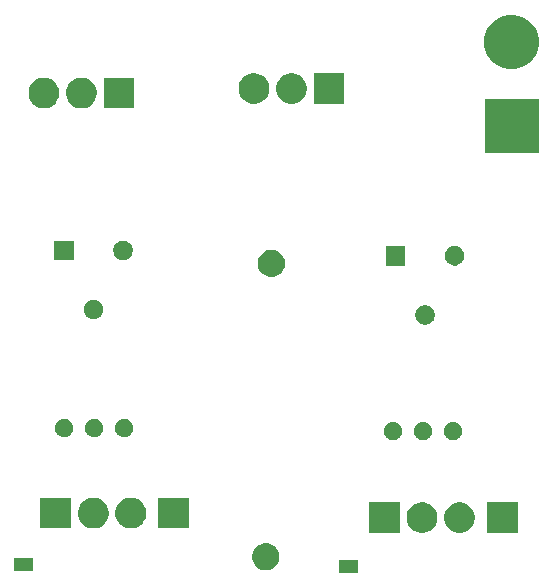
<source format=gbr>
G04 #@! TF.GenerationSoftware,KiCad,Pcbnew,(5.1.2)-1*
G04 #@! TF.CreationDate,2019-06-07T20:02:52-04:00*
G04 #@! TF.ProjectId,mini2_2,6d696e69-325f-4322-9e6b-696361645f70,rev?*
G04 #@! TF.SameCoordinates,Original*
G04 #@! TF.FileFunction,Soldermask,Bot*
G04 #@! TF.FilePolarity,Negative*
%FSLAX46Y46*%
G04 Gerber Fmt 4.6, Leading zero omitted, Abs format (unit mm)*
G04 Created by KiCad (PCBNEW (5.1.2)-1) date 2019-06-07 20:02:52*
%MOMM*%
%LPD*%
G04 APERTURE LIST*
%ADD10C,0.150000*%
G04 APERTURE END LIST*
D10*
G36*
X74270500Y-134040700D02*
G01*
X72668500Y-134040700D01*
X72668500Y-132938700D01*
X74270500Y-132938700D01*
X74270500Y-134040700D01*
X74270500Y-134040700D01*
G37*
G36*
X46739440Y-133880680D02*
G01*
X45137440Y-133880680D01*
X45137440Y-132778680D01*
X46739440Y-132778680D01*
X46739440Y-133880680D01*
X46739440Y-133880680D01*
G37*
G36*
X66683649Y-131514996D02*
G01*
X66794834Y-131537112D01*
X67004303Y-131623877D01*
X67192820Y-131749840D01*
X67353140Y-131910160D01*
X67479103Y-132098677D01*
X67565868Y-132308146D01*
X67610100Y-132530516D01*
X67610100Y-132757244D01*
X67565868Y-132979614D01*
X67479103Y-133189083D01*
X67353140Y-133377600D01*
X67192820Y-133537920D01*
X67004303Y-133663883D01*
X66794834Y-133750648D01*
X66683649Y-133772764D01*
X66572465Y-133794880D01*
X66345735Y-133794880D01*
X66234551Y-133772764D01*
X66123366Y-133750648D01*
X65913897Y-133663883D01*
X65725380Y-133537920D01*
X65565060Y-133377600D01*
X65439097Y-133189083D01*
X65352332Y-132979614D01*
X65308100Y-132757244D01*
X65308100Y-132530516D01*
X65352332Y-132308146D01*
X65439097Y-132098677D01*
X65565060Y-131910160D01*
X65725380Y-131749840D01*
X65913897Y-131623877D01*
X66123366Y-131537112D01*
X66234551Y-131514996D01*
X66345735Y-131492880D01*
X66572465Y-131492880D01*
X66683649Y-131514996D01*
X66683649Y-131514996D01*
G37*
G36*
X77802940Y-130640020D02*
G01*
X75201580Y-130640020D01*
X75201580Y-128038660D01*
X77802940Y-128038660D01*
X77802940Y-130640020D01*
X77802940Y-130640020D01*
G37*
G36*
X83231653Y-128088644D02*
G01*
X83468361Y-128186692D01*
X83468363Y-128186693D01*
X83681395Y-128329036D01*
X83862564Y-128510205D01*
X84004907Y-128723237D01*
X84004908Y-128723239D01*
X84102956Y-128959947D01*
X84152940Y-129211233D01*
X84152940Y-129467447D01*
X84102956Y-129718733D01*
X84075534Y-129784935D01*
X84004907Y-129955443D01*
X83862564Y-130168475D01*
X83681395Y-130349644D01*
X83468363Y-130491987D01*
X83468362Y-130491988D01*
X83468361Y-130491988D01*
X83231653Y-130590036D01*
X82980367Y-130640020D01*
X82724153Y-130640020D01*
X82472867Y-130590036D01*
X82236159Y-130491988D01*
X82236158Y-130491988D01*
X82236157Y-130491987D01*
X82023125Y-130349644D01*
X81841956Y-130168475D01*
X81699613Y-129955443D01*
X81628986Y-129784935D01*
X81601564Y-129718733D01*
X81551580Y-129467447D01*
X81551580Y-129211233D01*
X81601564Y-128959947D01*
X81699612Y-128723239D01*
X81699613Y-128723237D01*
X81841956Y-128510205D01*
X82023125Y-128329036D01*
X82236157Y-128186693D01*
X82236159Y-128186692D01*
X82472867Y-128088644D01*
X82724153Y-128038660D01*
X82980367Y-128038660D01*
X83231653Y-128088644D01*
X83231653Y-128088644D01*
G37*
G36*
X80056653Y-128088644D02*
G01*
X80293361Y-128186692D01*
X80293363Y-128186693D01*
X80506395Y-128329036D01*
X80687564Y-128510205D01*
X80829907Y-128723237D01*
X80829908Y-128723239D01*
X80927956Y-128959947D01*
X80977940Y-129211233D01*
X80977940Y-129467447D01*
X80927956Y-129718733D01*
X80900534Y-129784935D01*
X80829907Y-129955443D01*
X80687564Y-130168475D01*
X80506395Y-130349644D01*
X80293363Y-130491987D01*
X80293362Y-130491988D01*
X80293361Y-130491988D01*
X80056653Y-130590036D01*
X79805367Y-130640020D01*
X79549153Y-130640020D01*
X79297867Y-130590036D01*
X79061159Y-130491988D01*
X79061158Y-130491988D01*
X79061157Y-130491987D01*
X78848125Y-130349644D01*
X78666956Y-130168475D01*
X78524613Y-129955443D01*
X78453986Y-129784935D01*
X78426564Y-129718733D01*
X78376580Y-129467447D01*
X78376580Y-129211233D01*
X78426564Y-128959947D01*
X78524612Y-128723239D01*
X78524613Y-128723237D01*
X78666956Y-128510205D01*
X78848125Y-128329036D01*
X79061157Y-128186693D01*
X79061159Y-128186692D01*
X79297867Y-128088644D01*
X79549153Y-128038660D01*
X79805367Y-128038660D01*
X80056653Y-128088644D01*
X80056653Y-128088644D01*
G37*
G36*
X87774980Y-130640020D02*
G01*
X85173620Y-130640020D01*
X85173620Y-128038660D01*
X87774980Y-128038660D01*
X87774980Y-130640020D01*
X87774980Y-130640020D01*
G37*
G36*
X59951820Y-130256480D02*
G01*
X57350460Y-130256480D01*
X57350460Y-127655120D01*
X59951820Y-127655120D01*
X59951820Y-130256480D01*
X59951820Y-130256480D01*
G37*
G36*
X49972160Y-130256480D02*
G01*
X47370800Y-130256480D01*
X47370800Y-127655120D01*
X49972160Y-127655120D01*
X49972160Y-130256480D01*
X49972160Y-130256480D01*
G37*
G36*
X52225873Y-127705104D02*
G01*
X52462581Y-127803152D01*
X52462583Y-127803153D01*
X52675615Y-127945496D01*
X52856784Y-128126665D01*
X52999127Y-128339697D01*
X52999128Y-128339699D01*
X53097176Y-128576407D01*
X53147160Y-128827693D01*
X53147160Y-129083907D01*
X53097176Y-129335193D01*
X53042394Y-129467447D01*
X52999127Y-129571903D01*
X52856784Y-129784935D01*
X52675615Y-129966104D01*
X52462583Y-130108447D01*
X52462582Y-130108448D01*
X52462581Y-130108448D01*
X52225873Y-130206496D01*
X51974587Y-130256480D01*
X51718373Y-130256480D01*
X51467087Y-130206496D01*
X51230379Y-130108448D01*
X51230378Y-130108448D01*
X51230377Y-130108447D01*
X51017345Y-129966104D01*
X50836176Y-129784935D01*
X50693833Y-129571903D01*
X50650566Y-129467447D01*
X50595784Y-129335193D01*
X50545800Y-129083907D01*
X50545800Y-128827693D01*
X50595784Y-128576407D01*
X50693832Y-128339699D01*
X50693833Y-128339697D01*
X50836176Y-128126665D01*
X51017345Y-127945496D01*
X51230377Y-127803153D01*
X51230379Y-127803152D01*
X51467087Y-127705104D01*
X51718373Y-127655120D01*
X51974587Y-127655120D01*
X52225873Y-127705104D01*
X52225873Y-127705104D01*
G37*
G36*
X55400873Y-127705104D02*
G01*
X55637581Y-127803152D01*
X55637583Y-127803153D01*
X55850615Y-127945496D01*
X56031784Y-128126665D01*
X56174127Y-128339697D01*
X56174128Y-128339699D01*
X56272176Y-128576407D01*
X56322160Y-128827693D01*
X56322160Y-129083907D01*
X56272176Y-129335193D01*
X56217394Y-129467447D01*
X56174127Y-129571903D01*
X56031784Y-129784935D01*
X55850615Y-129966104D01*
X55637583Y-130108447D01*
X55637582Y-130108448D01*
X55637581Y-130108448D01*
X55400873Y-130206496D01*
X55149587Y-130256480D01*
X54893373Y-130256480D01*
X54642087Y-130206496D01*
X54405379Y-130108448D01*
X54405378Y-130108448D01*
X54405377Y-130108447D01*
X54192345Y-129966104D01*
X54011176Y-129784935D01*
X53868833Y-129571903D01*
X53825566Y-129467447D01*
X53770784Y-129335193D01*
X53720800Y-129083907D01*
X53720800Y-128827693D01*
X53770784Y-128576407D01*
X53868832Y-128339699D01*
X53868833Y-128339697D01*
X54011176Y-128126665D01*
X54192345Y-127945496D01*
X54405377Y-127803153D01*
X54405379Y-127803152D01*
X54642087Y-127705104D01*
X54893373Y-127655120D01*
X55149587Y-127655120D01*
X55400873Y-127705104D01*
X55400873Y-127705104D01*
G37*
G36*
X79894289Y-121263016D02*
G01*
X79993593Y-121282769D01*
X80133906Y-121340888D01*
X80260184Y-121425265D01*
X80367575Y-121532656D01*
X80451952Y-121658934D01*
X80510071Y-121799247D01*
X80516355Y-121830838D01*
X80539700Y-121948202D01*
X80539700Y-122100078D01*
X80535716Y-122120106D01*
X80510071Y-122249033D01*
X80451952Y-122389346D01*
X80367575Y-122515624D01*
X80260184Y-122623015D01*
X80133906Y-122707392D01*
X79993593Y-122765511D01*
X79894289Y-122785264D01*
X79844638Y-122795140D01*
X79692762Y-122795140D01*
X79643111Y-122785264D01*
X79543807Y-122765511D01*
X79403494Y-122707392D01*
X79277216Y-122623015D01*
X79169825Y-122515624D01*
X79085448Y-122389346D01*
X79027329Y-122249033D01*
X79001684Y-122120106D01*
X78997700Y-122100078D01*
X78997700Y-121948202D01*
X79021045Y-121830838D01*
X79027329Y-121799247D01*
X79085448Y-121658934D01*
X79169825Y-121532656D01*
X79277216Y-121425265D01*
X79403494Y-121340888D01*
X79543807Y-121282769D01*
X79643111Y-121263016D01*
X79692762Y-121253140D01*
X79844638Y-121253140D01*
X79894289Y-121263016D01*
X79894289Y-121263016D01*
G37*
G36*
X77354289Y-121263016D02*
G01*
X77453593Y-121282769D01*
X77593906Y-121340888D01*
X77720184Y-121425265D01*
X77827575Y-121532656D01*
X77911952Y-121658934D01*
X77970071Y-121799247D01*
X77976355Y-121830838D01*
X77999700Y-121948202D01*
X77999700Y-122100078D01*
X77995716Y-122120106D01*
X77970071Y-122249033D01*
X77911952Y-122389346D01*
X77827575Y-122515624D01*
X77720184Y-122623015D01*
X77593906Y-122707392D01*
X77453593Y-122765511D01*
X77354289Y-122785264D01*
X77304638Y-122795140D01*
X77152762Y-122795140D01*
X77103111Y-122785264D01*
X77003807Y-122765511D01*
X76863494Y-122707392D01*
X76737216Y-122623015D01*
X76629825Y-122515624D01*
X76545448Y-122389346D01*
X76487329Y-122249033D01*
X76461684Y-122120106D01*
X76457700Y-122100078D01*
X76457700Y-121948202D01*
X76481045Y-121830838D01*
X76487329Y-121799247D01*
X76545448Y-121658934D01*
X76629825Y-121532656D01*
X76737216Y-121425265D01*
X76863494Y-121340888D01*
X77003807Y-121282769D01*
X77103111Y-121263016D01*
X77152762Y-121253140D01*
X77304638Y-121253140D01*
X77354289Y-121263016D01*
X77354289Y-121263016D01*
G37*
G36*
X82434289Y-121263016D02*
G01*
X82533593Y-121282769D01*
X82673906Y-121340888D01*
X82800184Y-121425265D01*
X82907575Y-121532656D01*
X82991952Y-121658934D01*
X83050071Y-121799247D01*
X83056355Y-121830838D01*
X83079700Y-121948202D01*
X83079700Y-122100078D01*
X83075716Y-122120106D01*
X83050071Y-122249033D01*
X82991952Y-122389346D01*
X82907575Y-122515624D01*
X82800184Y-122623015D01*
X82673906Y-122707392D01*
X82533593Y-122765511D01*
X82434289Y-122785264D01*
X82384638Y-122795140D01*
X82232762Y-122795140D01*
X82183111Y-122785264D01*
X82083807Y-122765511D01*
X81943494Y-122707392D01*
X81817216Y-122623015D01*
X81709825Y-122515624D01*
X81625448Y-122389346D01*
X81567329Y-122249033D01*
X81541684Y-122120106D01*
X81537700Y-122100078D01*
X81537700Y-121948202D01*
X81561045Y-121830838D01*
X81567329Y-121799247D01*
X81625448Y-121658934D01*
X81709825Y-121532656D01*
X81817216Y-121425265D01*
X81943494Y-121340888D01*
X82083807Y-121282769D01*
X82183111Y-121263016D01*
X82232762Y-121253140D01*
X82384638Y-121253140D01*
X82434289Y-121263016D01*
X82434289Y-121263016D01*
G37*
G36*
X54590809Y-120993776D02*
G01*
X54690113Y-121013529D01*
X54830426Y-121071648D01*
X54956704Y-121156025D01*
X55064095Y-121263416D01*
X55148472Y-121389694D01*
X55206591Y-121530007D01*
X55206591Y-121530009D01*
X55232237Y-121658936D01*
X55236220Y-121678963D01*
X55236220Y-121830837D01*
X55206591Y-121979793D01*
X55148472Y-122120106D01*
X55064095Y-122246384D01*
X54956704Y-122353775D01*
X54830426Y-122438152D01*
X54690113Y-122496271D01*
X54592823Y-122515623D01*
X54541158Y-122525900D01*
X54389282Y-122525900D01*
X54337617Y-122515623D01*
X54240327Y-122496271D01*
X54100014Y-122438152D01*
X53973736Y-122353775D01*
X53866345Y-122246384D01*
X53781968Y-122120106D01*
X53723849Y-121979793D01*
X53694220Y-121830837D01*
X53694220Y-121678963D01*
X53698204Y-121658936D01*
X53723849Y-121530009D01*
X53723849Y-121530007D01*
X53781968Y-121389694D01*
X53866345Y-121263416D01*
X53973736Y-121156025D01*
X54100014Y-121071648D01*
X54240327Y-121013529D01*
X54339631Y-120993776D01*
X54389282Y-120983900D01*
X54541158Y-120983900D01*
X54590809Y-120993776D01*
X54590809Y-120993776D01*
G37*
G36*
X49510809Y-120993776D02*
G01*
X49610113Y-121013529D01*
X49750426Y-121071648D01*
X49876704Y-121156025D01*
X49984095Y-121263416D01*
X50068472Y-121389694D01*
X50126591Y-121530007D01*
X50126591Y-121530009D01*
X50152237Y-121658936D01*
X50156220Y-121678963D01*
X50156220Y-121830837D01*
X50126591Y-121979793D01*
X50068472Y-122120106D01*
X49984095Y-122246384D01*
X49876704Y-122353775D01*
X49750426Y-122438152D01*
X49610113Y-122496271D01*
X49512823Y-122515623D01*
X49461158Y-122525900D01*
X49309282Y-122525900D01*
X49257617Y-122515623D01*
X49160327Y-122496271D01*
X49020014Y-122438152D01*
X48893736Y-122353775D01*
X48786345Y-122246384D01*
X48701968Y-122120106D01*
X48643849Y-121979793D01*
X48614220Y-121830837D01*
X48614220Y-121678963D01*
X48618204Y-121658936D01*
X48643849Y-121530009D01*
X48643849Y-121530007D01*
X48701968Y-121389694D01*
X48786345Y-121263416D01*
X48893736Y-121156025D01*
X49020014Y-121071648D01*
X49160327Y-121013529D01*
X49259631Y-120993776D01*
X49309282Y-120983900D01*
X49461158Y-120983900D01*
X49510809Y-120993776D01*
X49510809Y-120993776D01*
G37*
G36*
X52050809Y-120993776D02*
G01*
X52150113Y-121013529D01*
X52290426Y-121071648D01*
X52416704Y-121156025D01*
X52524095Y-121263416D01*
X52608472Y-121389694D01*
X52666591Y-121530007D01*
X52666591Y-121530009D01*
X52692237Y-121658936D01*
X52696220Y-121678963D01*
X52696220Y-121830837D01*
X52666591Y-121979793D01*
X52608472Y-122120106D01*
X52524095Y-122246384D01*
X52416704Y-122353775D01*
X52290426Y-122438152D01*
X52150113Y-122496271D01*
X52052823Y-122515623D01*
X52001158Y-122525900D01*
X51849282Y-122525900D01*
X51797617Y-122515623D01*
X51700327Y-122496271D01*
X51560014Y-122438152D01*
X51433736Y-122353775D01*
X51326345Y-122246384D01*
X51241968Y-122120106D01*
X51183849Y-121979793D01*
X51154220Y-121830837D01*
X51154220Y-121678963D01*
X51158204Y-121658936D01*
X51183849Y-121530009D01*
X51183849Y-121530007D01*
X51241968Y-121389694D01*
X51326345Y-121263416D01*
X51433736Y-121156025D01*
X51560014Y-121071648D01*
X51700327Y-121013529D01*
X51799631Y-120993776D01*
X51849282Y-120983900D01*
X52001158Y-120983900D01*
X52050809Y-120993776D01*
X52050809Y-120993776D01*
G37*
G36*
X80180455Y-111383582D02*
G01*
X80330778Y-111445848D01*
X80466065Y-111536244D01*
X80581116Y-111651295D01*
X80671512Y-111786582D01*
X80733778Y-111936905D01*
X80765520Y-112096486D01*
X80765520Y-112259194D01*
X80733778Y-112418775D01*
X80671512Y-112569098D01*
X80581116Y-112704385D01*
X80466065Y-112819436D01*
X80330778Y-112909832D01*
X80180455Y-112972098D01*
X80020874Y-113003840D01*
X79858166Y-113003840D01*
X79698585Y-112972098D01*
X79548262Y-112909832D01*
X79412975Y-112819436D01*
X79297924Y-112704385D01*
X79207528Y-112569098D01*
X79145262Y-112418775D01*
X79113520Y-112259194D01*
X79113520Y-112096486D01*
X79145262Y-111936905D01*
X79207528Y-111786582D01*
X79297924Y-111651295D01*
X79412975Y-111536244D01*
X79548262Y-111445848D01*
X79698585Y-111383582D01*
X79858166Y-111351840D01*
X80020874Y-111351840D01*
X80180455Y-111383582D01*
X80180455Y-111383582D01*
G37*
G36*
X52098215Y-110918762D02*
G01*
X52248538Y-110981028D01*
X52383825Y-111071424D01*
X52498876Y-111186475D01*
X52589272Y-111321762D01*
X52651538Y-111472085D01*
X52683280Y-111631666D01*
X52683280Y-111794374D01*
X52651538Y-111953955D01*
X52589272Y-112104278D01*
X52498876Y-112239565D01*
X52383825Y-112354616D01*
X52248538Y-112445012D01*
X52098215Y-112507278D01*
X51938634Y-112539020D01*
X51775926Y-112539020D01*
X51616345Y-112507278D01*
X51466022Y-112445012D01*
X51330735Y-112354616D01*
X51215684Y-112239565D01*
X51125288Y-112104278D01*
X51063022Y-111953955D01*
X51031280Y-111794374D01*
X51031280Y-111631666D01*
X51063022Y-111472085D01*
X51125288Y-111321762D01*
X51215684Y-111186475D01*
X51330735Y-111071424D01*
X51466022Y-110981028D01*
X51616345Y-110918762D01*
X51775926Y-110887020D01*
X51938634Y-110887020D01*
X52098215Y-110918762D01*
X52098215Y-110918762D01*
G37*
G36*
X67153549Y-106671256D02*
G01*
X67264734Y-106693372D01*
X67474203Y-106780137D01*
X67662720Y-106906100D01*
X67823040Y-107066420D01*
X67949003Y-107254937D01*
X68035768Y-107464406D01*
X68080000Y-107686776D01*
X68080000Y-107913504D01*
X68035768Y-108135874D01*
X67949003Y-108345343D01*
X67823040Y-108533860D01*
X67662720Y-108694180D01*
X67474203Y-108820143D01*
X67264734Y-108906908D01*
X67153549Y-108929024D01*
X67042365Y-108951140D01*
X66815635Y-108951140D01*
X66704451Y-108929024D01*
X66593266Y-108906908D01*
X66383797Y-108820143D01*
X66195280Y-108694180D01*
X66034960Y-108533860D01*
X65908997Y-108345343D01*
X65822232Y-108135874D01*
X65778000Y-107913504D01*
X65778000Y-107686776D01*
X65822232Y-107464406D01*
X65908997Y-107254937D01*
X66034960Y-107066420D01*
X66195280Y-106906100D01*
X66383797Y-106780137D01*
X66593266Y-106693372D01*
X66704451Y-106671256D01*
X66815635Y-106649140D01*
X67042365Y-106649140D01*
X67153549Y-106671256D01*
X67153549Y-106671256D01*
G37*
G36*
X78265520Y-108003840D02*
G01*
X76613520Y-108003840D01*
X76613520Y-106351840D01*
X78265520Y-106351840D01*
X78265520Y-108003840D01*
X78265520Y-108003840D01*
G37*
G36*
X82680455Y-106383582D02*
G01*
X82830778Y-106445848D01*
X82966065Y-106536244D01*
X83081116Y-106651295D01*
X83171512Y-106786582D01*
X83233778Y-106936905D01*
X83265520Y-107096486D01*
X83265520Y-107259194D01*
X83233778Y-107418775D01*
X83171512Y-107569098D01*
X83081116Y-107704385D01*
X82966065Y-107819436D01*
X82830778Y-107909832D01*
X82680455Y-107972098D01*
X82520874Y-108003840D01*
X82358166Y-108003840D01*
X82198585Y-107972098D01*
X82048262Y-107909832D01*
X81912975Y-107819436D01*
X81797924Y-107704385D01*
X81707528Y-107569098D01*
X81645262Y-107418775D01*
X81613520Y-107259194D01*
X81613520Y-107096486D01*
X81645262Y-106936905D01*
X81707528Y-106786582D01*
X81797924Y-106651295D01*
X81912975Y-106536244D01*
X82048262Y-106445848D01*
X82198585Y-106383582D01*
X82358166Y-106351840D01*
X82520874Y-106351840D01*
X82680455Y-106383582D01*
X82680455Y-106383582D01*
G37*
G36*
X50183280Y-107539020D02*
G01*
X48531280Y-107539020D01*
X48531280Y-105887020D01*
X50183280Y-105887020D01*
X50183280Y-107539020D01*
X50183280Y-107539020D01*
G37*
G36*
X54598215Y-105918762D02*
G01*
X54748538Y-105981028D01*
X54883825Y-106071424D01*
X54998876Y-106186475D01*
X55089272Y-106321762D01*
X55151538Y-106472085D01*
X55183280Y-106631666D01*
X55183280Y-106794374D01*
X55151538Y-106953955D01*
X55089272Y-107104278D01*
X54998876Y-107239565D01*
X54883825Y-107354616D01*
X54748538Y-107445012D01*
X54598215Y-107507278D01*
X54438634Y-107539020D01*
X54275926Y-107539020D01*
X54116345Y-107507278D01*
X53966022Y-107445012D01*
X53830735Y-107354616D01*
X53715684Y-107239565D01*
X53625288Y-107104278D01*
X53563022Y-106953955D01*
X53531280Y-106794374D01*
X53531280Y-106631666D01*
X53563022Y-106472085D01*
X53625288Y-106321762D01*
X53715684Y-106186475D01*
X53830735Y-106071424D01*
X53966022Y-105981028D01*
X54116345Y-105918762D01*
X54275926Y-105887020D01*
X54438634Y-105887020D01*
X54598215Y-105918762D01*
X54598215Y-105918762D01*
G37*
G36*
X89598700Y-98478540D02*
G01*
X84995820Y-98478540D01*
X84995820Y-93875660D01*
X89598700Y-93875660D01*
X89598700Y-98478540D01*
X89598700Y-98478540D01*
G37*
G36*
X55311240Y-94683780D02*
G01*
X52709880Y-94683780D01*
X52709880Y-92082420D01*
X55311240Y-92082420D01*
X55311240Y-94683780D01*
X55311240Y-94683780D01*
G37*
G36*
X51214953Y-92132404D02*
G01*
X51451661Y-92230452D01*
X51451663Y-92230453D01*
X51664695Y-92372796D01*
X51845864Y-92553965D01*
X51988207Y-92766997D01*
X51988208Y-92766999D01*
X52086256Y-93003707D01*
X52136240Y-93254993D01*
X52136240Y-93511207D01*
X52086256Y-93762493D01*
X51988208Y-93999201D01*
X51988207Y-93999203D01*
X51845864Y-94212235D01*
X51664695Y-94393404D01*
X51451663Y-94535747D01*
X51451662Y-94535748D01*
X51451661Y-94535748D01*
X51214953Y-94633796D01*
X50963667Y-94683780D01*
X50707453Y-94683780D01*
X50456167Y-94633796D01*
X50219459Y-94535748D01*
X50219458Y-94535748D01*
X50219457Y-94535747D01*
X50006425Y-94393404D01*
X49825256Y-94212235D01*
X49682913Y-93999203D01*
X49682912Y-93999201D01*
X49584864Y-93762493D01*
X49534880Y-93511207D01*
X49534880Y-93254993D01*
X49584864Y-93003707D01*
X49682912Y-92766999D01*
X49682913Y-92766997D01*
X49825256Y-92553965D01*
X50006425Y-92372796D01*
X50219457Y-92230453D01*
X50219459Y-92230452D01*
X50456167Y-92132404D01*
X50707453Y-92082420D01*
X50963667Y-92082420D01*
X51214953Y-92132404D01*
X51214953Y-92132404D01*
G37*
G36*
X48039953Y-92132404D02*
G01*
X48276661Y-92230452D01*
X48276663Y-92230453D01*
X48489695Y-92372796D01*
X48670864Y-92553965D01*
X48813207Y-92766997D01*
X48813208Y-92766999D01*
X48911256Y-93003707D01*
X48961240Y-93254993D01*
X48961240Y-93511207D01*
X48911256Y-93762493D01*
X48813208Y-93999201D01*
X48813207Y-93999203D01*
X48670864Y-94212235D01*
X48489695Y-94393404D01*
X48276663Y-94535747D01*
X48276662Y-94535748D01*
X48276661Y-94535748D01*
X48039953Y-94633796D01*
X47788667Y-94683780D01*
X47532453Y-94683780D01*
X47281167Y-94633796D01*
X47044459Y-94535748D01*
X47044458Y-94535748D01*
X47044457Y-94535747D01*
X46831425Y-94393404D01*
X46650256Y-94212235D01*
X46507913Y-93999203D01*
X46507912Y-93999201D01*
X46409864Y-93762493D01*
X46359880Y-93511207D01*
X46359880Y-93254993D01*
X46409864Y-93003707D01*
X46507912Y-92766999D01*
X46507913Y-92766997D01*
X46650256Y-92553965D01*
X46831425Y-92372796D01*
X47044457Y-92230453D01*
X47044459Y-92230452D01*
X47281167Y-92132404D01*
X47532453Y-92082420D01*
X47788667Y-92082420D01*
X48039953Y-92132404D01*
X48039953Y-92132404D01*
G37*
G36*
X65827573Y-91748864D02*
G01*
X66064281Y-91846912D01*
X66064283Y-91846913D01*
X66277315Y-91989256D01*
X66458484Y-92170425D01*
X66600827Y-92383457D01*
X66600828Y-92383459D01*
X66698876Y-92620167D01*
X66748860Y-92871453D01*
X66748860Y-93127667D01*
X66698876Y-93378953D01*
X66644094Y-93511207D01*
X66600827Y-93615663D01*
X66458484Y-93828695D01*
X66277315Y-94009864D01*
X66064283Y-94152207D01*
X66064282Y-94152208D01*
X66064281Y-94152208D01*
X65827573Y-94250256D01*
X65576287Y-94300240D01*
X65320073Y-94300240D01*
X65068787Y-94250256D01*
X64832079Y-94152208D01*
X64832078Y-94152208D01*
X64832077Y-94152207D01*
X64619045Y-94009864D01*
X64437876Y-93828695D01*
X64295533Y-93615663D01*
X64252266Y-93511207D01*
X64197484Y-93378953D01*
X64147500Y-93127667D01*
X64147500Y-92871453D01*
X64197484Y-92620167D01*
X64295532Y-92383459D01*
X64295533Y-92383457D01*
X64437876Y-92170425D01*
X64619045Y-91989256D01*
X64832077Y-91846913D01*
X64832079Y-91846912D01*
X65068787Y-91748864D01*
X65320073Y-91698880D01*
X65576287Y-91698880D01*
X65827573Y-91748864D01*
X65827573Y-91748864D01*
G37*
G36*
X69002573Y-91748864D02*
G01*
X69239281Y-91846912D01*
X69239283Y-91846913D01*
X69452315Y-91989256D01*
X69633484Y-92170425D01*
X69775827Y-92383457D01*
X69775828Y-92383459D01*
X69873876Y-92620167D01*
X69923860Y-92871453D01*
X69923860Y-93127667D01*
X69873876Y-93378953D01*
X69819094Y-93511207D01*
X69775827Y-93615663D01*
X69633484Y-93828695D01*
X69452315Y-94009864D01*
X69239283Y-94152207D01*
X69239282Y-94152208D01*
X69239281Y-94152208D01*
X69002573Y-94250256D01*
X68751287Y-94300240D01*
X68495073Y-94300240D01*
X68243787Y-94250256D01*
X68007079Y-94152208D01*
X68007078Y-94152208D01*
X68007077Y-94152207D01*
X67794045Y-94009864D01*
X67612876Y-93828695D01*
X67470533Y-93615663D01*
X67427266Y-93511207D01*
X67372484Y-93378953D01*
X67322500Y-93127667D01*
X67322500Y-92871453D01*
X67372484Y-92620167D01*
X67470532Y-92383459D01*
X67470533Y-92383457D01*
X67612876Y-92170425D01*
X67794045Y-91989256D01*
X68007077Y-91846913D01*
X68007079Y-91846912D01*
X68243787Y-91748864D01*
X68495073Y-91698880D01*
X68751287Y-91698880D01*
X69002573Y-91748864D01*
X69002573Y-91748864D01*
G37*
G36*
X73098860Y-94300240D02*
G01*
X70497500Y-94300240D01*
X70497500Y-91698880D01*
X73098860Y-91698880D01*
X73098860Y-94300240D01*
X73098860Y-94300240D01*
G37*
G36*
X87917764Y-86869882D02*
G01*
X88336599Y-87043369D01*
X88336601Y-87043370D01*
X88526351Y-87170157D01*
X88713542Y-87295234D01*
X89034106Y-87615798D01*
X89285971Y-87992741D01*
X89459458Y-88411576D01*
X89547900Y-88856207D01*
X89547900Y-89309553D01*
X89459458Y-89754184D01*
X89285971Y-90173019D01*
X89285970Y-90173021D01*
X89034105Y-90549963D01*
X88713543Y-90870525D01*
X88336601Y-91122390D01*
X88336600Y-91122391D01*
X88336599Y-91122391D01*
X87917764Y-91295878D01*
X87473133Y-91384320D01*
X87019787Y-91384320D01*
X86575156Y-91295878D01*
X86156321Y-91122391D01*
X86156320Y-91122391D01*
X86156319Y-91122390D01*
X85779377Y-90870525D01*
X85458815Y-90549963D01*
X85206950Y-90173021D01*
X85206949Y-90173019D01*
X85033462Y-89754184D01*
X84945020Y-89309553D01*
X84945020Y-88856207D01*
X85033462Y-88411576D01*
X85206949Y-87992741D01*
X85458814Y-87615798D01*
X85779378Y-87295234D01*
X85966569Y-87170157D01*
X86156319Y-87043370D01*
X86156321Y-87043369D01*
X86575156Y-86869882D01*
X87019787Y-86781440D01*
X87473133Y-86781440D01*
X87917764Y-86869882D01*
X87917764Y-86869882D01*
G37*
M02*

</source>
